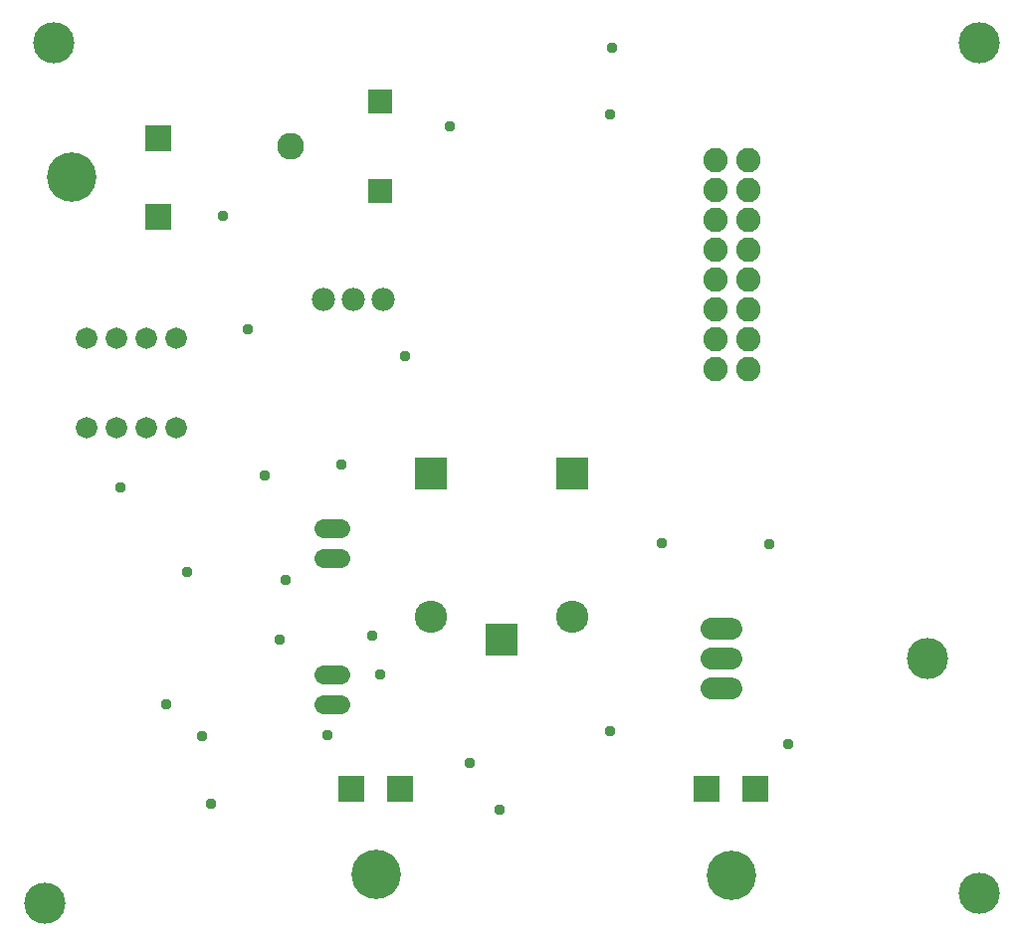
<source format=gbs>
G04 EAGLE Gerber RS-274X export*
G75*
%MOMM*%
%FSLAX34Y34*%
%LPD*%
%INSoldermask Bottom*%
%IPPOS*%
%AMOC8*
5,1,8,0,0,1.08239X$1,22.5*%
G01*
%ADD10C,4.203200*%
%ADD11R,2.303200X2.303200*%
%ADD12C,2.082800*%
%ADD13R,2.108200X2.108200*%
%ADD14C,2.286000*%
%ADD15C,3.505200*%
%ADD16C,1.828800*%
%ADD17C,1.625600*%
%ADD18C,1.981200*%
%ADD19R,2.753200X2.753200*%
%ADD20C,2.753200*%
%ADD21C,1.879600*%
%ADD22C,0.959600*%


D10*
X312636Y41108D03*
D11*
X291936Y114508D03*
X333336Y114508D03*
D10*
X615112Y40600D03*
D11*
X594412Y114000D03*
X635812Y114000D03*
D12*
X629704Y471536D03*
X629704Y496936D03*
X629704Y522336D03*
X629704Y547736D03*
X629704Y573136D03*
X629704Y598536D03*
X629704Y623936D03*
X629704Y649336D03*
X601764Y471536D03*
X601764Y496936D03*
X601764Y522336D03*
X601764Y547736D03*
X601764Y573136D03*
X601764Y598536D03*
X601764Y623936D03*
X601764Y649336D03*
D13*
X316700Y623316D03*
X316700Y699516D03*
D14*
X240500Y661416D03*
D15*
X826008Y748792D03*
X31242Y17018D03*
X826008Y24892D03*
X38608Y748792D03*
D16*
X142748Y497332D03*
X117348Y497332D03*
X117348Y421132D03*
X142748Y421132D03*
X91948Y497332D03*
X66548Y497332D03*
X91948Y421132D03*
X66548Y421132D03*
D17*
X268224Y186436D02*
X282448Y186436D01*
X282448Y211836D02*
X268224Y211836D01*
X268224Y335788D02*
X282448Y335788D01*
X282448Y310388D02*
X268224Y310388D01*
D10*
X53808Y634492D03*
D11*
X127208Y667892D03*
X127208Y601092D03*
D18*
X267856Y530860D03*
X293256Y530860D03*
X318656Y530860D03*
D19*
X419608Y240792D03*
D20*
X479608Y260792D03*
D19*
X479608Y382792D03*
X359608Y382792D03*
D20*
X359608Y260792D03*
D21*
X598170Y250444D02*
X614934Y250444D01*
X614934Y225044D02*
X598170Y225044D01*
X598170Y199644D02*
X614934Y199644D01*
D15*
X781812Y225044D03*
D22*
X217932Y381000D03*
X134112Y186436D03*
X316738Y211582D03*
X392176Y136144D03*
X172212Y101600D03*
X231140Y241300D03*
X513588Y744728D03*
X511556Y688340D03*
X375920Y677672D03*
X182372Y601472D03*
X203708Y505460D03*
X337820Y482092D03*
X282956Y390144D03*
X94996Y370332D03*
X152400Y298704D03*
X236220Y292100D03*
X309880Y244856D03*
X271780Y160020D03*
X164592Y159004D03*
X417576Y96012D03*
X511556Y163068D03*
X663448Y151892D03*
X647700Y322072D03*
X555752Y323088D03*
M02*

</source>
